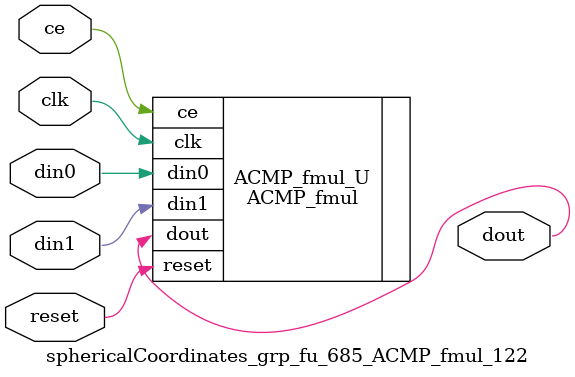
<source format=v>

`timescale 1 ns / 1 ps
module sphericalCoordinates_grp_fu_685_ACMP_fmul_122(
    clk,
    reset,
    ce,
    din0,
    din1,
    dout);

parameter ID = 32'd1;
parameter NUM_STAGE = 32'd1;
parameter din0_WIDTH = 32'd1;
parameter din1_WIDTH = 32'd1;
parameter dout_WIDTH = 32'd1;
input clk;
input reset;
input ce;
input[din0_WIDTH - 1:0] din0;
input[din1_WIDTH - 1:0] din1;
output[dout_WIDTH - 1:0] dout;



ACMP_fmul #(
.ID( ID ),
.NUM_STAGE( 4 ),
.din0_WIDTH( din0_WIDTH ),
.din1_WIDTH( din1_WIDTH ),
.dout_WIDTH( dout_WIDTH ))
ACMP_fmul_U(
    .clk( clk ),
    .reset( reset ),
    .ce( ce ),
    .din0( din0 ),
    .din1( din1 ),
    .dout( dout ));

endmodule

</source>
